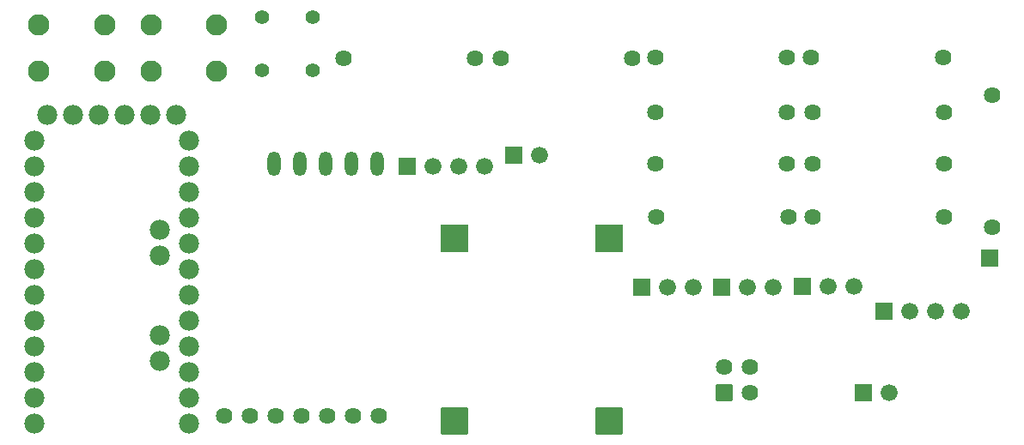
<source format=gbs>
G04 Layer: BottomSolderMaskLayer*
G04 EasyEDA v6.5.51, 2025-10-23 01:57:06*
G04 64fcacbd124c4bd19f57d9140681f8df,69758d36ea3442baaf275648ad48867e,10*
G04 Gerber Generator version 0.2*
G04 Scale: 100 percent, Rotated: No, Reflected: No *
G04 Dimensions in millimeters *
G04 leading zeros omitted , absolute positions ,4 integer and 5 decimal *
%FSLAX45Y45*%
%MOMM*%

%AMMACRO1*4,1,8,-0.8085,-0.8382,-0.8382,-0.8084,-0.8382,0.8085,-0.8085,0.8382,0.8084,0.8382,0.8382,0.8085,0.8382,-0.8084,0.8084,-0.8382,-0.8085,-0.8382,0*%
%AMMACRO2*4,1,8,-0.7831,-0.8128,-0.8128,-0.783,-0.8128,0.7831,-0.7831,0.8128,0.783,0.8128,0.8128,0.7831,0.8128,-0.783,0.783,-0.8128,-0.7831,-0.8128,0*%
%AMMACRO3*4,1,8,-1.2911,-1.3208,-1.3208,-1.291,-1.3208,1.2911,-1.2911,1.3208,1.291,1.3208,1.3208,1.2911,1.3208,-1.291,1.291,-1.3208,-1.2911,-1.3208,0*%
%AMMACRO4*4,1,8,-1.3121,-1.3716,-1.3716,-1.3121,-1.3716,1.3121,-1.3121,1.3716,1.3121,1.3716,1.3716,1.3121,1.3716,-1.3121,1.3121,-1.3716,-1.3121,-1.3716,0*%
%ADD10MACRO1*%
%ADD11C,1.6764*%
%ADD12C,1.6256*%
%ADD13C,1.4000*%
%ADD14C,2.1016*%
%ADD15MACRO2*%
%ADD16C,1.9812*%
%ADD17C,0.0104*%
%ADD18MACRO3*%
%ADD19MACRO4*%
%ADD20O,1.311148X2.419096*%

%LPD*%
D10*
G01*
X9220200Y-442310D03*
D11*
G01*
X9474200Y-442315D03*
G01*
X9728200Y-442315D03*
G01*
X9982200Y-442315D03*
D12*
G01*
X9806711Y2070100D03*
G01*
X8506688Y2070100D03*
D13*
G01*
X3590112Y1943100D03*
G01*
X3090113Y1943100D03*
G01*
X3090087Y2463800D03*
G01*
X3590086Y2463800D03*
D14*
G01*
X1999106Y2383993D03*
G01*
X2649093Y2383993D03*
G01*
X2649093Y1934006D03*
G01*
X1999106Y1934006D03*
G01*
X1544193Y1934006D03*
G01*
X894206Y1934006D03*
G01*
X894206Y2383993D03*
G01*
X1544193Y2383993D03*
D10*
G01*
X4521200Y990600D03*
D11*
G01*
X4775200Y990600D03*
G01*
X5029200Y990600D03*
G01*
X5283200Y990600D03*
D10*
G01*
X5575300Y1104900D03*
D11*
G01*
X5829300Y1104900D03*
D10*
G01*
X9017000Y-1244600D03*
D11*
G01*
X9271000Y-1244600D03*
D15*
G01*
X7645400Y-1244600D03*
D12*
G01*
X7645400Y-990600D03*
G01*
X7899400Y-1244600D03*
G01*
X7899400Y-990600D03*
D10*
G01*
X6832600Y-203200D03*
D11*
G01*
X7086600Y-203200D03*
G01*
X7340600Y-203200D03*
D10*
G01*
X7620000Y-203200D03*
D11*
G01*
X7874000Y-203200D03*
G01*
X8128000Y-203200D03*
D10*
G01*
X8420100Y-190500D03*
D11*
G01*
X8674100Y-190500D03*
G01*
X8928100Y-190500D03*
D10*
G01*
X10261600Y88900D03*
D16*
G01*
X850900Y-1549400D03*
G01*
X850900Y-1295400D03*
G01*
X850900Y-1041400D03*
G01*
X850900Y-787400D03*
G01*
X850900Y-533400D03*
G01*
X850900Y-279400D03*
G01*
X850900Y-25400D03*
G01*
X850900Y228600D03*
G01*
X850900Y482600D03*
G01*
X850900Y736600D03*
G01*
X850900Y990600D03*
G01*
X850900Y1244600D03*
G01*
X2247900Y1498600D03*
G01*
X1993900Y1498600D03*
G01*
X1739900Y1498600D03*
G01*
X1485900Y1498600D03*
G01*
X1231900Y1498600D03*
G01*
X977900Y1498600D03*
G01*
X2374900Y1244600D03*
G01*
X2374900Y990600D03*
G01*
X2374900Y736600D03*
G01*
X2374900Y482600D03*
G01*
X2374900Y228600D03*
G01*
X2374900Y-25400D03*
G01*
X2374900Y-279400D03*
G01*
X2374900Y-533400D03*
G01*
X2374900Y-787400D03*
G01*
X2374900Y-1041400D03*
G01*
X2374900Y-1295400D03*
G01*
X2374900Y-1549400D03*
G01*
X2082800Y114300D03*
G01*
X2082800Y368300D03*
G01*
X2082800Y-927100D03*
G01*
X2082800Y-673100D03*
D12*
G01*
X8282711Y495300D03*
G01*
X6982713Y495300D03*
G01*
X9819386Y495300D03*
G01*
X8519388Y495300D03*
G01*
X8270011Y1016000D03*
G01*
X6970013Y1016000D03*
G01*
X9819411Y1016000D03*
G01*
X8519413Y1016000D03*
G01*
X10287000Y391388D03*
G01*
X10287000Y1691386D03*
G01*
X6970013Y1524000D03*
G01*
X8270011Y1524000D03*
G01*
X9819411Y1524000D03*
G01*
X8519413Y1524000D03*
G01*
X5196611Y2057400D03*
G01*
X3896613Y2057400D03*
G01*
X6746011Y2057400D03*
G01*
X5446013Y2057400D03*
G01*
X6970013Y2070100D03*
G01*
X8270011Y2070100D03*
D18*
G01*
X4991100Y-1524000D03*
G01*
X6515100Y-1524000D03*
D19*
G01*
X4991100Y279400D03*
G01*
X6515100Y279400D03*
D12*
G01*
X4241800Y-1473225D03*
G01*
X3987800Y-1473225D03*
G01*
X3733800Y-1473225D03*
G01*
X3479800Y-1473225D03*
G01*
X3225800Y-1473225D03*
G01*
X2971800Y-1473225D03*
G01*
X2717800Y-1473225D03*
D20*
G01*
X3213100Y1016000D03*
G01*
X3467100Y1016000D03*
G01*
X3721100Y1016000D03*
G01*
X3975100Y1016000D03*
G01*
X4229100Y1016000D03*
M02*

</source>
